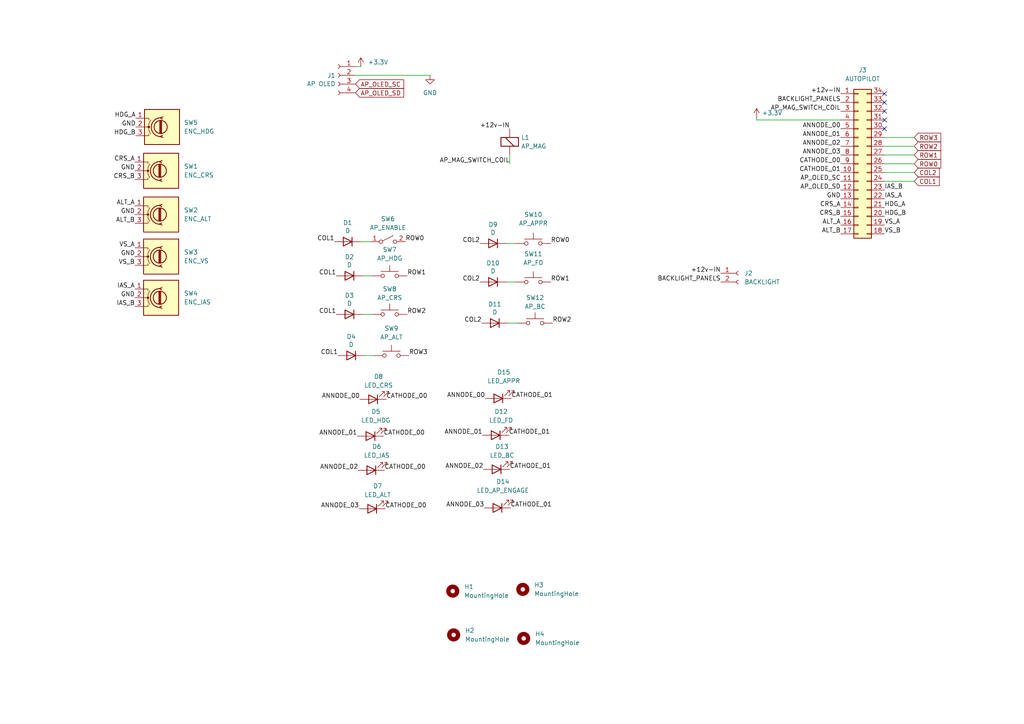
<source format=kicad_sch>
(kicad_sch (version 20250114) (generator "eeschema") (generator_version "9.0")
  (paper "A4")
  (title_block (date "2024-08-10"))
  (lib_symbols
    (symbol "Connector:Conn_01x02_Socket" (pin_names (offset 1.016) (hide yes))
      (property "Reference" "J" (at 0 2.54 0))
      (property "Value" "Conn_01x02_Socket" (at 0 -5.08 0))
      (symbol "Conn_01x02_Socket_1_1"
        (polyline (pts (xy -1.27 0) (xy -0.508 0)) (stroke (width 0.1524)))
        (polyline (pts (xy -1.27 -2.54) (xy -0.508 -2.54)) (stroke (width 0.1524)))
        (arc (start 0 -0.508) (mid -0.5058 0) (end 0 0.508) (stroke (width 0.1524)))
        (arc (start 0 -3.048) (mid -0.5058 -2.54) (end 0 -2.032) (stroke (width 0.1524)))
        (pin passive line (at -5.08 0 0) (length 3.81) (name "Pin_1") (number "1"))
        (pin passive line (at -5.08 -2.54 0) (length 3.81) (name "Pin_2") (number "2"))
      )
    )
    (symbol "Connector:Conn_01x04_Socket" (pin_names (offset 1.016) (hide yes))
      (property "Reference" "J" (at 0 5.08 0))
      (property "Value" "Conn_01x04_Socket" (at 0 -7.62 0))
      (symbol "Conn_01x04_Socket_1_1"
        (polyline (pts (xy -1.27 2.54) (xy -0.508 2.54)) (stroke (width 0.1524)))
        (polyline (pts (xy -1.27 0) (xy -0.508 0)) (stroke (width 0.1524)))
        (polyline (pts (xy -1.27 -2.54) (xy -0.508 -2.54)) (stroke (width 0.1524)))
        (polyline (pts (xy -1.27 -5.08) (xy -0.508 -5.08)) (stroke (width 0.1524)))
        (arc (start 0 2.032) (mid -0.5058 2.54) (end 0 3.048) (stroke (width 0.1524)))
        (arc (start 0 -0.508) (mid -0.5058 0) (end 0 0.508) (stroke (width 0.1524)))
        (arc (start 0 -3.048) (mid -0.5058 -2.54) (end 0 -2.032) (stroke (width 0.1524)))
        (arc (start 0 -5.588) (mid -0.5058 -5.08) (end 0 -4.572) (stroke (width 0.1524)))
        (pin passive line (at -5.08 2.54 0) (length 3.81) (name "Pin_1") (number "1"))
        (pin passive line (at -5.08 0 0) (length 3.81) (name "Pin_2") (number "2"))
        (pin passive line (at -5.08 -2.54 0) (length 3.81) (name "Pin_3") (number "3"))
        (pin passive line (at -5.08 -5.08 0) (length 3.81) (name "Pin_4") (number "4"))
      )
    )
    (symbol "Connector_Generic:Conn_02x17_Counter_Clockwise" (pin_names (offset 1.016) (hide yes))
      (property "Reference" "J" (at 1.27 22.86 0))
      (property "Value" "Conn_02x17_Counter_Clockwise" (at 1.27 -22.86 0))
      (symbol "Conn_02x17_Counter_Clockwise_1_1"
        (rectangle (start -1.27 21.59) (end 3.81 -21.59) (stroke (width 0.254)) (fill (type background)))
        (rectangle (start -1.27 20.447) (end 0 20.193) (stroke (width 0.1524)))
        (rectangle (start -1.27 17.907) (end 0 17.653) (stroke (width 0.1524)))
        (rectangle (start -1.27 15.367) (end 0 15.113) (stroke (width 0.1524)))
        (rectangle (start -1.27 12.827) (end 0 12.573) (stroke (width 0.1524)))
        (rectangle (start -1.27 10.287) (end 0 10.033) (stroke (width 0.1524)))
        (rectangle (start -1.27 7.747) (end 0 7.493) (stroke (width 0.1524)))
        (rectangle (start -1.27 5.207) (end 0 4.953) (stroke (width 0.1524)))
        (rectangle (start -1.27 2.667) (end 0 2.413) (stroke (width 0.1524)))
        (rectangle (start -1.27 0.127) (end 0 -0.127) (stroke (width 0.1524)))
        (rectangle (start -1.27 -2.413) (end 0 -2.667) (stroke (width 0.1524)))
        (rectangle (start -1.27 -4.953) (end 0 -5.207) (stroke (width 0.1524)))
        (rectangle (start -1.27 -7.493) (end 0 -7.747) (stroke (width 0.1524)))
        (rectangle (start -1.27 -10.033) (end 0 -10.287) (stroke (width 0.1524)))
        (rectangle (start -1.27 -12.573) (end 0 -12.827) (stroke (width 0.1524)))
        (rectangle (start -1.27 -15.113) (end 0 -15.367) (stroke (width 0.1524)))
        (rectangle (start -1.27 -17.653) (end 0 -17.907) (stroke (width 0.1524)))
        (rectangle (start -1.27 -20.193) (end 0 -20.447) (stroke (width 0.1524)))
        (rectangle (start 3.81 20.447) (end 2.54 20.193) (stroke (width 0.1524)))
        (rectangle (start 3.81 17.907) (end 2.54 17.653) (stroke (width 0.1524)))
        (rectangle (start 3.81 15.367) (end 2.54 15.113) (stroke (width 0.1524)))
        (rectangle (start 3.81 12.827) (end 2.54 12.573) (stroke (width 0.1524)))
        (rectangle (start 3.81 10.287) (end 2.54 10.033) (stroke (width 0.1524)))
        (rectangle (start 3.81 7.747) (end 2.54 7.493) (stroke (width 0.1524)))
        (rectangle (start 3.81 5.207) (end 2.54 4.953) (stroke (width 0.1524)))
        (rectangle (start 3.81 2.667) (end 2.54 2.413) (stroke (width 0.1524)))
        (rectangle (start 3.81 0.127) (end 2.54 -0.127) (stroke (width 0.1524)))
        (rectangle (start 3.81 -2.413) (end 2.54 -2.667) (stroke (width 0.1524)))
        (rectangle (start 3.81 -4.953) (end 2.54 -5.207) (stroke (width 0.1524)))
        (rectangle (start 3.81 -7.493) (end 2.54 -7.747) (stroke (width 0.1524)))
        (rectangle (start 3.81 -10.033) (end 2.54 -10.287) (stroke (width 0.1524)))
        (rectangle (start 3.81 -12.573) (end 2.54 -12.827) (stroke (width 0.1524)))
        (rectangle (start 3.81 -15.113) (end 2.54 -15.367) (stroke (width 0.1524)))
        (rectangle (start 3.81 -17.653) (end 2.54 -17.907) (stroke (width 0.1524)))
        (rectangle (start 3.81 -20.193) (end 2.54 -20.447) (stroke (width 0.1524)))
        (pin passive line (at -5.08 20.32 0) (length 3.81) (name "Pin_1") (number "1"))
        (pin passive line (at -5.08 17.78 0) (length 3.81) (name "Pin_2") (number "2"))
        (pin passive line (at -5.08 15.24 0) (length 3.81) (name "Pin_3") (number "3"))
        (pin passive line (at -5.08 12.7 0) (length 3.81) (name "Pin_4") (number "4"))
        (pin passive line (at -5.08 10.16 0) (length 3.81) (name "Pin_5") (number "5"))
        (pin passive line (at -5.08 7.62 0) (length 3.81) (name "Pin_6") (number "6"))
        (pin passive line (at -5.08 5.08 0) (length 3.81) (name "Pin_7") (number "7"))
        (pin passive line (at -5.08 2.54 0) (length 3.81) (name "Pin_8") (number "8"))
        (pin passive line (at -5.08 0 0) (length 3.81) (name "Pin_9") (number "9"))
        (pin passive line (at -5.08 -2.54 0) (length 3.81) (name "Pin_10") (number "10"))
        (pin passive line (at -5.08 -5.08 0) (length 3.81) (name "Pin_11") (number "11"))
        (pin passive line (at -5.08 -7.62 0) (length 3.81) (name "Pin_12") (number "12"))
        (pin passive line (at -5.08 -10.16 0) (length 3.81) (name "Pin_13") (number "13"))
        (pin passive line (at -5.08 -12.7 0) (length 3.81) (name "Pin_14") (number "14"))
        (pin passive line (at -5.08 -15.24 0) (length 3.81) (name "Pin_15") (number "15"))
        (pin passive line (at -5.08 -17.78 0) (length 3.81) (name "Pin_16") (number "16"))
        (pin passive line (at -5.08 -20.32 0) (length 3.81) (name "Pin_17") (number "17"))
        (pin passive line (at 7.62 20.32 180) (length 3.81) (name "Pin_34") (number "34"))
        (pin passive line (at 7.62 17.78 180) (length 3.81) (name "Pin_33") (number "33"))
        (pin passive line (at 7.62 15.24 180) (length 3.81) (name "Pin_32") (number "32"))
        (pin passive line (at 7.62 12.7 180) (length 3.81) (name "Pin_31") (number "31"))
        (pin passive line (at 7.62 10.16 180) (length 3.81) (name "Pin_30") (number "30"))
        (pin passive line (at 7.62 7.62 180) (length 3.81) (name "Pin_29") (number "29"))
        (pin passive line (at 7.62 5.08 180) (length 3.81) (name "Pin_28") (number "28"))
        (pin passive line (at 7.62 2.54 180) (length 3.81) (name "Pin_27") (number "27"))
        (pin passive line (at 7.62 0 180) (length 3.81) (name "Pin_26") (number "26"))
        (pin passive line (at 7.62 -2.54 180) (length 3.81) (name "Pin_25") (number "25"))
        (pin passive line (at 7.62 -5.08 180) (length 3.81) (name "Pin_24") (number "24"))
        (pin passive line (at 7.62 -7.62 180) (length 3.81) (name "Pin_23") (number "23"))
        (pin passive line (at 7.62 -10.16 180) (length 3.81) (name "Pin_22") (number "22"))
        (pin passive line (at 7.62 -12.7 180) (length 3.81) (name "Pin_21") (number "21"))
        (pin passive line (at 7.62 -15.24 180) (length 3.81) (name "Pin_20") (number "20"))
        (pin passive line (at 7.62 -17.78 180) (length 3.81) (name "Pin_19") (number "19"))
        (pin passive line (at 7.62 -20.32 180) (length 3.81) (name "Pin_18") (number "18"))
      )
    )
    (symbol "Device:D" (pin_numbers (hide yes)) (pin_names (offset 1.016) (hide yes))
      (property "Reference" "D" (at 0 2.54 0))
      (property "Value" "D" (at 0 -2.54 0))
      (symbol "D_0_1"
        (polyline (pts (xy -1.27 1.27) (xy -1.27 -1.27)) (stroke (width 0.254)))
        (polyline (pts (xy 1.27 1.27) (xy 1.27 -1.27) (xy -1.27 0) (xy 1.27 1.27)) (stroke (width 0.254)))
        (polyline (pts (xy 1.27 0) (xy -1.27 0)))
      )
      (symbol "D_1_1"
        (pin passive line (at -3.81 0 0) (length 2.54) (name "K") (number "1"))
        (pin passive line (at 3.81 0 180) (length 2.54) (name "A") (number "2"))
      )
    )
    (symbol "Device:ElectromagneticActor" (pin_numbers (hide yes)) (pin_names (offset 0.0254) (hide yes))
      (property "Reference" "L" (at 1.27 3.81 0))
      (property "Value" "ElectromagneticActor" (at 1.27 -1.27 0))
      (symbol "ElectromagneticActor_0_1"
        (rectangle (start -2.54 2.54) (end 2.54 0) (stroke (width 0.254)))
        (polyline (pts (xy -1.27 2.54) (xy 1.27 0)) (stroke (width 0.254)))
      )
      (symbol "ElectromagneticActor_1_1"
        (pin passive line (at 0 5.08 270) (length 2.54) (name "-") (number "1"))
        (pin passive line (at 0 -2.54 90) (length 2.54) (name "+") (number "2"))
      )
    )
    (symbol "Device:LED" (pin_numbers (hide yes)) (pin_names (offset 1.016) (hide yes))
      (property "Reference" "D" (at 0 2.54 0))
      (property "Value" "LED" (at 0 -2.54 0))
      (symbol "LED_0_1"
        (polyline (pts (xy -3.048 -0.762) (xy -4.572 -2.286) (xy -3.81 -2.286) (xy -4.572 -2.286) (xy -4.572 -1.524)))
        (polyline (pts (xy -1.778 -0.762) (xy -3.302 -2.286) (xy -2.54 -2.286) (xy -3.302 -2.286) (xy -3.302 -1.524)))
        (polyline (pts (xy -1.27 0) (xy 1.27 0)))
        (polyline (pts (xy -1.27 -1.27) (xy -1.27 1.27)) (stroke (width 0.254)))
        (polyline (pts (xy 1.27 -1.27) (xy 1.27 1.27) (xy -1.27 0) (xy 1.27 -1.27)) (stroke (width 0.254)))
      )
      (symbol "LED_1_1"
        (pin passive line (at -3.81 0 0) (length 2.54) (name "K") (number "2"))
        (pin passive line (at 3.81 0 180) (length 2.54) (name "A") (number "1"))
      )
    )
    (symbol "Device:RotaryEncoder" (pin_names (offset 0.254) (hide yes))
      (property "Reference" "SW" (at 0 6.604 0))
      (property "Value" "RotaryEncoder" (at 0 -6.604 0))
      (symbol "RotaryEncoder_0_1"
        (rectangle (start -5.08 5.08) (end 5.08 -5.08) (stroke (width 0.254)) (fill (type background)))
        (polyline (pts (xy -5.08 2.54) (xy -3.81 2.54) (xy -3.81 2.032)))
        (polyline (pts (xy -5.08 0) (xy -3.81 0) (xy -3.81 -1.016) (xy -3.302 -2.032)))
        (polyline (pts (xy -5.08 -2.54) (xy -3.81 -2.54) (xy -3.81 -2.032)))
        (polyline (pts (xy -4.318 0) (xy -3.81 0) (xy -3.81 1.016) (xy -3.302 2.032)))
        (circle (center -3.81 0) (radius 0.254) (fill (type outline)))
        (polyline (pts (xy -0.635 -1.778) (xy -0.635 1.778)) (stroke (width 0.254)))
        (circle (center -0.381 0) (radius 1.905) (stroke (width 0.254)))
        (polyline (pts (xy -0.381 -1.778) (xy -0.381 1.778)) (stroke (width 0.254)))
        (arc (start -0.381 -2.794) (mid -3.0988 -0.0635) (end -0.381 2.667) (stroke (width 0.254)))
        (polyline (pts (xy -0.127 1.778) (xy -0.127 -1.778)) (stroke (width 0.254)))
        (polyline (pts (xy 0.254 2.921) (xy -0.508 2.667) (xy 0.127 2.286)) (stroke (width 0.254)))
        (polyline (pts (xy 0.254 -3.048) (xy -0.508 -2.794) (xy 0.127 -2.413)) (stroke (width 0.254)))
      )
      (symbol "RotaryEncoder_1_1"
        (pin passive line (at -7.62 2.54 0) (length 2.54) (name "A") (number "1"))
        (pin passive line (at -7.62 0 0) (length 2.54) (name "C") (number "2"))
        (pin passive line (at -7.62 -2.54 0) (length 2.54) (name "B") (number "3"))
      )
    )
    (symbol "Mechanical:MountingHole" (pin_names (offset 1.016)) (in_bom no)
      (property "Reference" "H" (at 0 5.08 0))
      (property "Value" "MountingHole" (at 0 3.175 0))
      (symbol "MountingHole_0_1"
        (circle (center 0 0) (radius 1.27) (stroke (width 1.27)))
      )
    )
    (symbol "Switch:SW_Push" (pin_numbers (hide yes)) (pin_names (offset 1.016) (hide yes))
      (property "Reference" "SW" (at 1.27 2.54 0))
      (property "Value" "SW_Push" (at 0 -1.524 0))
      (symbol "SW_Push_0_1"
        (circle (center -2.032 0) (radius 0.508))
        (polyline (pts (xy 0 1.27) (xy 0 3.048)))
        (circle (center 2.032 0) (radius 0.508))
        (polyline (pts (xy 2.54 1.27) (xy -2.54 1.27)))
        (pin passive line (at -5.08 0 0) (length 2.54) (name "1") (number "1"))
        (pin passive line (at 5.08 0 180) (length 2.54) (name "2") (number "2"))
      )
    )
    (symbol "Switch:SW_SPST" (pin_names (offset 0) (hide yes))
      (property "Reference" "SW" (at 0 3.175 0))
      (property "Value" "SW_SPST" (at 0 -2.54 0))
      (symbol "SW_SPST_0_0"
        (circle (center -2.032 0) (radius 0.508))
        (polyline (pts (xy -1.524 0.254) (xy 1.524 1.778)))
        (circle (center 2.032 0) (radius 0.508))
      )
      (symbol "SW_SPST_1_1"
        (pin passive line (at -5.08 0 0) (length 2.54) (name "A") (number "1"))
        (pin passive line (at 5.08 0 180) (length 2.54) (name "B") (number "2"))
      )
    )
    (symbol "power:+3V3" (power) (pin_numbers (hide yes)) (pin_names (offset 0) (hide yes))
      (property "Value" "+3V3" (at 0 3.556 0))
      (symbol "+3V3_0_1"
        (polyline (pts (xy -0.762 1.27) (xy 0 2.54)))
        (polyline (pts (xy 0 2.54) (xy 0.762 1.27)))
        (polyline (pts (xy 0 0) (xy 0 2.54)))
      )
      (symbol "+3V3_1_1"
        (pin power_in line (at 0 0 90) (length 0) (name "~") (number "1"))
      )
    )
    (symbol "power:GND" (power) (pin_numbers (hide yes)) (pin_names (offset 0) (hide yes))
      (property "Value" "GND" (at 0 -3.81 0))
      (symbol "GND_0_1"
        (polyline (pts (xy 0 0) (xy 0 -1.27) (xy 1.27 -1.27) (xy 0 -2.54) (xy -1.27 -1.27) (xy 0 -1.27)))
      )
      (symbol "GND_1_1"
        (pin power_in line (at 0 0 270) (length 0) (name "~") (number "1"))
      )
    )
  )
  (no_connect (at 256.54 27.178))
  (no_connect (at 256.54 29.718))
  (no_connect (at 256.54 32.258))
  (no_connect (at 256.54 37.338))
  (no_connect (at 256.54 34.798))
  (wire (pts (xy 256.54 39.878) (xy 265.176 39.878)))
  (wire (pts (xy 105.156 80.01) (xy 107.95 80.01)))
  (wire (pts (xy 219.456 34.798) (xy 219.456 34.036)))
  (wire (pts (xy 105.156 91.186) (xy 107.95 91.186)))
  (wire (pts (xy 104.648 70.104) (xy 107.442 70.104)))
  (wire (pts (xy 147.828 44.958) (xy 147.828 47.498)))
  (wire (pts (xy 256.54 50.038) (xy 265.176 50.038)))
  (wire (pts (xy 256.54 52.578) (xy 265.176 52.578)))
  (wire (pts (xy 256.54 44.958) (xy 265.176 44.958)))
  (wire (pts (xy 256.54 42.418) (xy 265.176 42.418)))
  (wire (pts (xy 146.812 70.612) (xy 149.606 70.612)))
  (wire (pts (xy 146.812 81.788) (xy 149.606 81.788)))
  (wire (pts (xy 219.456 34.798) (xy 243.84 34.798)))
  (wire (pts (xy 103.124 19.304) (xy 104.648 19.304)))
  (wire (pts (xy 256.54 47.498) (xy 265.176 47.498)))
  (wire (pts (xy 105.664 103.124) (xy 108.458 103.124)))
  (wire (pts (xy 147.32 93.726) (xy 150.114 93.726)))
  (wire (pts (xy 103.124 21.844) (xy 124.714 21.844)))
  (label "HDG_B" (at 39.37 39.37 180))
  (label "AP_OLED_SC" (at 243.84 52.578 180))
  (label "COL2" (at 139.7 93.726 180))
  (label "+12v-IN" (at 209.042 79.248 180))
  (label "COL2" (at 139.192 70.612 180))
  (label "ROW1" (at 118.11 80.01 0))
  (label "ALT_A" (at 243.84 65.278 180))
  (label "ANNODE_03" (at 104.14 147.574 180))
  (label "COL1" (at 97.536 91.186 180))
  (label "IAS_B" (at 39.116 88.9 180))
  (label "VS_B" (at 256.54 67.818 0))
  (label "ALT_B" (at 39.116 64.77 180))
  (label "CATHODE_00" (at 111.76 147.574 0))
  (label "CATHODE_01" (at 147.828 136.144 0))
  (label "CRS_B" (at 39.116 52.07 180))
  (label "COL1" (at 98.044 103.124 180))
  (label "CATHODE_00" (at 111.252 126.492 0))
  (label "GND" (at 39.116 49.53 180))
  (label "+12v-IN" (at 243.84 27.178 180))
  (label "COL1" (at 97.536 80.01 180))
  (label "IAS_A" (at 256.54 57.658 0))
  (label "AP_OLED_SD" (at 243.84 55.118 180))
  (label "+12v-IN" (at 147.828 37.338 180))
  (label "BACKLIGHT_PANELS" (at 243.84 29.718 180))
  (label "COL1" (at 97.028 70.104 180))
  (label "ANNODE_02" (at 140.208 136.144 180))
  (label "ALT_A" (at 39.116 59.69 180))
  (label "CATHODE_00" (at 243.84 47.498 180))
  (label "CRS_B" (at 243.84 62.738 180))
  (label "AP_MAG_SWITCH_COIL" (at 243.84 32.258 180))
  (label "ALT_B" (at 243.84 67.818 180))
  (label "AP_MAG_SWITCH_COIL" (at 147.828 47.498 180))
  (label "VS_A" (at 256.54 65.278 0))
  (label "CRS_A" (at 39.116 46.99 180))
  (label "GND" (at 39.116 86.36 180))
  (label "ANNODE_02" (at 103.886 136.398 180))
  (label "CRS_A" (at 243.84 60.198 180))
  (label "ANNODE_01" (at 139.954 126.238 180))
  (label "ANNODE_02" (at 243.84 42.418 180))
  (label "ANNODE_00" (at 243.84 37.338 180))
  (label "GND" (at 39.37 36.83 180))
  (label "VS_B" (at 39.116 76.962 180))
  (label "GND" (at 243.84 57.658 180))
  (label "ANNODE_00" (at 140.716 115.57 180))
  (label "ANNODE_03" (at 243.84 44.958 180))
  (label "ANNODE_03" (at 140.462 147.32 180))
  (label "VS_A" (at 39.116 71.882 180))
  (label "COL2" (at 139.192 81.788 180))
  (label "ROW2" (at 118.11 91.186 0))
  (label "ROW3" (at 118.618 103.124 0))
  (label "CATHODE_01" (at 243.84 50.038 180))
  (label "ANNODE_00" (at 104.394 115.824 180))
  (label "CATHODE_01" (at 148.336 115.57 0))
  (label "CATHODE_01" (at 147.574 126.238 0))
  (label "ANNODE_01" (at 243.84 39.878 180))
  (label "HDG_A" (at 256.54 60.198 0))
  (label "ROW2" (at 160.274 93.726 0))
  (label "ROW1" (at 159.766 81.788 0))
  (label "ANNODE_01" (at 103.632 126.492 180))
  (label "CATHODE_00" (at 111.506 136.398 0))
  (label "CATHODE_00" (at 112.014 115.824 0))
  (label "CATHODE_01" (at 148.082 147.32 0))
  (label "HDG_B" (at 256.54 62.738 0))
  (label "HDG_A" (at 39.37 34.29 180))
  (label "GND" (at 39.116 62.23 180))
  (label "BACKLIGHT_PANELS" (at 209.042 81.788 180))
  (label "IAS_A" (at 39.116 83.82 180))
  (label "ROW0" (at 159.766 70.612 0))
  (label "ROW0" (at 117.602 70.104 0))
  (label "GND" (at 39.116 74.422 180))
  (label "IAS_B" (at 256.54 55.118 0))
  (global_label "ROW2" (shape input) (at 265.176 42.418 0) (property "Intersheetrefs" "${INTERSHEET_REFS}" (effects (hide yes))))
  (global_label "ROW1" (shape input) (at 265.176 44.958 0) (property "Intersheetrefs" "${INTERSHEET_REFS}" (effects (hide yes))))
  (global_label "ROW0" (shape input) (at 265.176 47.498 0) (property "Intersheetrefs" "${INTERSHEET_REFS}" (effects (hide yes))))
  (global_label "AP_OLED_SC" (shape input) (at 103.124 24.384 0) (property "Intersheetrefs" "${INTERSHEET_REFS}" (effects (hide yes))))
  (global_label "COL1" (shape input) (at 265.176 52.578 0) (property "Intersheetrefs" "${INTERSHEET_REFS}" (effects (hide yes))))
  (global_label "ROW3" (shape input) (at 265.176 39.878 0) (property "Intersheetrefs" "${INTERSHEET_REFS}" (effects (hide yes))))
  (global_label "AP_OLED_SD" (shape input) (at 103.124 26.924 0) (property "Intersheetrefs" "${INTERSHEET_REFS}" (effects (hide yes))))
  (global_label "COL2" (shape input) (at 265.176 50.038 0) (property "Intersheetrefs" "${INTERSHEET_REFS}" (effects (hide yes))))
  (symbol (lib_id "Connector_Generic:Conn_02x17_Counter_Clockwise") (at 248.92 47.498 0) (unit 1)
    (property "Reference" "J3" (at 250.19 20.32 0))
    (property "Value" "AUTOPILOT" (at 250.19 22.86 0))
    (property "Footprint" "Connector_IDC:IDC-Header_2x17_P2.54mm_Vertical" (effects (hide yes)))
    (property "Description" "Generic connector, double row, 02x17, counter clockwise pin numbering scheme (similar to DIP package numbering), script generated (kicad-library-utils/schlib/autogen/connector/)" (effects (hide yes)))
  )
  (symbol (lib_id "Switch:SW_Push") (at 154.686 81.788 0) (unit 1)
    (property "Reference" "SW11" (at 154.686 73.66 0))
    (property "Value" "AP_FD" (at 154.686 76.2 0))
    (property "Footprint" "Connector_JST:JST_XH_B2B-XH-A_1x02_P2.50mm_Vertical" (effects (hide yes)))
    (property "Description" "Push button switch, generic, two pins" (effects (hide yes)))
  )
  (symbol (lib_id "Device:ElectromagneticActor") (at 147.828 42.418 0) (unit 1)
    (property "Reference" "L1" (at 151.13 39.8779 0) (effects (justify left)))
    (property "Value" "AP_MAG" (at 151.13 42.4179 0) (effects (justify left)))
    (property "Footprint" "Connector_JST:JST_XH_B2B-XH-A_1x02_P2.50mm_Vertical" (effects (hide yes)))
    (property "Description" "Electromagnetic actor" (effects (hide yes)))
  )
  (symbol (lib_id "Switch:SW_Push") (at 113.03 80.01 0) (unit 1)
    (property "Reference" "SW7" (at 113.03 72.39 0))
    (property "Value" "AP_HDG" (at 113.03 74.93 0))
    (property "Footprint" "Connector_JST:JST_XH_B2B-XH-A_1x02_P2.50mm_Vertical" (effects (hide yes)))
    (property "Description" "Push button switch, generic, two pins" (effects (hide yes)))
  )
  (symbol (lib_id "Mechanical:MountingHole") (at 131.572 184.15 0) (unit 1) (in_bom no)
    (property "Reference" "H2" (at 134.874 182.8799 0) (effects (justify left)))
    (property "Value" "MountingHole" (at 134.874 185.4199 0) (effects (justify left)))
    (property "Footprint" "MountingHole:MountingHole_3.2mm_M3" (effects (hide yes)))
    (property "Description" "Mounting Hole without connection" (effects (hide yes)))
  )
  (symbol (lib_id "Device:D") (at 143.51 93.726 0) (mirror y) (unit 1)
    (property "Reference" "D11" (at 143.51 88.2396 0))
    (property "Value" "D" (at 143.51 90.551 0))
    (property "Footprint" "Diode_THT:D_A-405_P7.62mm_Horizontal" (effects (hide yes)))
    (property "Description" "Diode" (effects (hide yes)))
    (property "Sim.Device" "D" (effects (hide yes)))
    (property "Sim.Pins" "1=K 2=A" (effects (hide yes)))
  )
  (symbol (lib_id "Device:D") (at 100.838 70.104 0) (mirror y) (unit 1)
    (property "Reference" "D1" (at 100.838 64.6176 0))
    (property "Value" "D" (at 100.838 66.929 0))
    (property "Footprint" "Diode_THT:D_A-405_P7.62mm_Horizontal" (effects (hide yes)))
    (property "Description" "Diode" (effects (hide yes)))
    (property "Sim.Device" "D" (effects (hide yes)))
    (property "Sim.Pins" "1=K 2=A" (effects (hide yes)))
  )
  (symbol (lib_id "power:GND") (at 124.714 21.844 0) (unit 1)
    (property "Reference" "#PWR02" (effects (hide yes)))
    (property "Value" "GND" (at 124.714 26.924 0))
    (property "Description" "Power symbol creates a global label with name \"GND\" , ground" (effects (hide yes)))
  )
  (symbol (lib_id "Switch:SW_Push") (at 113.03 91.186 0) (unit 1)
    (property "Reference" "SW8" (at 113.03 83.82 0))
    (property "Value" "AP_CRS" (at 113.03 86.36 0))
    (property "Footprint" "Connector_JST:JST_XH_B2B-XH-A_1x02_P2.50mm_Vertical" (effects (hide yes)))
    (property "Description" "Push button switch, generic, two pins" (effects (hide yes)))
  )
  (symbol (lib_id "Device:D") (at 101.854 103.124 0) (mirror y) (unit 1)
    (property "Reference" "D4" (at 101.854 97.6376 0))
    (property "Value" "D" (at 101.854 99.949 0))
    (property "Footprint" "Diode_THT:D_A-405_P7.62mm_Horizontal" (effects (hide yes)))
    (property "Description" "Diode" (effects (hide yes)))
    (property "Sim.Device" "D" (effects (hide yes)))
    (property "Sim.Pins" "1=K 2=A" (effects (hide yes)))
  )
  (symbol (lib_id "Device:D") (at 101.346 80.01 0) (mirror y) (unit 1)
    (property "Reference" "D2" (at 101.346 74.5236 0))
    (property "Value" "D" (at 101.346 76.835 0))
    (property "Footprint" "Diode_THT:D_A-405_P7.62mm_Horizontal" (effects (hide yes)))
    (property "Description" "Diode" (effects (hide yes)))
    (property "Sim.Device" "D" (effects (hide yes)))
    (property "Sim.Pins" "1=K 2=A" (effects (hide yes)))
  )
  (symbol (lib_id "Device:LED") (at 144.018 136.144 180) (unit 1)
    (property "Reference" "D13" (at 145.6055 129.54 0))
    (property "Value" "LED_BC" (at 145.6055 132.08 0))
    (property "Footprint" "Connector_JST:JST_XH_B2B-XH-A_1x02_P2.50mm_Vertical" (effects (hide yes)))
    (property "Description" "Light emitting diode" (effects (hide yes)))
    (property "Sim.Pins" "1=K 2=A" (effects (hide yes)))
  )
  (symbol (lib_id "Switch:SW_Push") (at 155.194 93.726 0) (unit 1)
    (property "Reference" "SW12" (at 155.194 86.36 0))
    (property "Value" "AP_BC" (at 155.194 88.9 0))
    (property "Footprint" "Connector_JST:JST_XH_B2B-XH-A_1x02_P2.50mm_Vertical" (effects (hide yes)))
    (property "Description" "Push button switch, generic, two pins" (effects (hide yes)))
  )
  (symbol (lib_id "Device:RotaryEncoder") (at 46.736 49.53 0) (unit 1)
    (property "Reference" "SW1" (at 53.34 48.2599 0) (effects (justify left)))
    (property "Value" "ENC_CRS" (at 53.34 50.7999 0) (effects (justify left)))
    (property "Footprint" "Connector_JST:JST_XH_B3B-XH-A_1x03_P2.50mm_Vertical" (effects (hide yes)))
    (property "Description" "Rotary encoder, dual channel, incremental quadrate outputs" (effects (hide yes)))
  )
  (symbol (lib_id "Connector:Conn_01x02_Socket") (at 214.122 79.248 0) (unit 1)
    (property "Reference" "J2" (at 215.9 79.2479 0) (effects (justify left)))
    (property "Value" "BACKLIGHT" (at 215.9 81.7879 0) (effects (justify left)))
    (property "Footprint" "Connector_JST:JST_XH_B2B-XH-A_1x02_P2.50mm_Vertical" (effects (hide yes)))
    (property "Description" "Generic connector, single row, 01x02, script generated" (effects (hide yes)))
  )
  (symbol (lib_id "Device:LED") (at 144.526 115.57 180) (unit 1)
    (property "Reference" "D15" (at 146.1135 107.95 0))
    (property "Value" "LED_APPR" (at 146.1135 110.49 0))
    (property "Footprint" "Connector_JST:JST_XH_B2B-XH-A_1x02_P2.50mm_Vertical" (effects (hide yes)))
    (property "Description" "Light emitting diode" (effects (hide yes)))
    (property "Sim.Pins" "1=K 2=A" (effects (hide yes)))
  )
  (symbol (lib_id "Connector:Conn_01x04_Socket") (at 98.044 21.844 0) (mirror y) (unit 1)
    (property "Reference" "J1" (at 97.3328 21.9019 0) (effects (justify left)))
    (property "Value" "AP OLED" (at 97.3328 24.3261 0) (effects (justify left)))
    (property "Footprint" "Connector_JST:JST_XH_B4B-XH-A_1x04_P2.50mm_Vertical" (effects (hide yes)))
    (property "Description" "Generic connector, single row, 01x04, script generated" (effects (hide yes)))
  )
  (symbol (lib_id "Mechanical:MountingHole") (at 151.638 170.942 0) (unit 1) (in_bom no)
    (property "Reference" "H3" (at 154.94 169.6719 0) (effects (justify left)))
    (property "Value" "MountingHole" (at 154.94 172.2119 0) (effects (justify left)))
    (property "Footprint" "MountingHole:MountingHole_3.2mm_M3" (effects (hide yes)))
    (property "Description" "Mounting Hole without connection" (effects (hide yes)))
  )
  (symbol (lib_id "Device:D") (at 143.002 70.612 0) (mirror y) (unit 1)
    (property "Reference" "D9" (at 143.002 65.1256 0))
    (property "Value" "D" (at 143.002 67.437 0))
    (property "Footprint" "Diode_THT:D_A-405_P7.62mm_Horizontal" (effects (hide yes)))
    (property "Description" "Diode" (effects (hide yes)))
    (property "Sim.Device" "D" (effects (hide yes)))
    (property "Sim.Pins" "1=K 2=A" (effects (hide yes)))
  )
  (symbol (lib_id "power:+3V3") (at 219.456 34.036 0) (unit 1)
    (property "Reference" "#PWR03" (effects (hide yes)))
    (property "Value" "+3.3V" (at 220.98 32.7659 0) (effects (justify left)))
    (property "Description" "Power symbol creates a global label with name \"+3V3\"" (effects (hide yes)))
  )
  (symbol (lib_id "Mechanical:MountingHole") (at 151.892 185.166 0) (unit 1) (in_bom no)
    (property "Reference" "H4" (at 155.194 183.8959 0) (effects (justify left)))
    (property "Value" "MountingHole" (at 155.194 186.4359 0) (effects (justify left)))
    (property "Footprint" "MountingHole:MountingHole_3.2mm_M3" (effects (hide yes)))
    (property "Description" "Mounting Hole without connection" (effects (hide yes)))
  )
  (symbol (lib_id "Device:LED") (at 143.764 126.238 180) (unit 1)
    (property "Reference" "D12" (at 145.3515 119.38 0))
    (property "Value" "LED_FD" (at 145.3515 121.92 0))
    (property "Footprint" "Connector_JST:JST_XH_B2B-XH-A_1x02_P2.50mm_Vertical" (effects (hide yes)))
    (property "Description" "Light emitting diode" (effects (hide yes)))
    (property "Sim.Pins" "1=K 2=A" (effects (hide yes)))
  )
  (symbol (lib_id "Switch:SW_Push") (at 154.686 70.612 0) (unit 1)
    (property "Reference" "SW10" (at 154.686 62.23 0))
    (property "Value" "AP_APPR" (at 154.686 64.77 0))
    (property "Footprint" "Connector_JST:JST_XH_B2B-XH-A_1x02_P2.50mm_Vertical" (effects (hide yes)))
    (property "Description" "Push button switch, generic, two pins" (effects (hide yes)))
  )
  (symbol (lib_id "Device:RotaryEncoder") (at 46.736 86.36 0) (unit 1)
    (property "Reference" "SW4" (at 53.34 85.0899 0) (effects (justify left)))
    (property "Value" "ENC_IAS" (at 53.34 87.6299 0) (effects (justify left)))
    (property "Footprint" "Connector_JST:JST_XH_B3B-XH-A_1x03_P2.50mm_Vertical" (effects (hide yes)))
    (property "Description" "Rotary encoder, dual channel, incremental quadrate outputs" (effects (hide yes)))
  )
  (symbol (lib_id "Device:LED") (at 107.442 126.492 180) (unit 1)
    (property "Reference" "D5" (at 109.0295 119.38 0))
    (property "Value" "LED_HDG" (at 109.0295 121.92 0))
    (property "Footprint" "Connector_JST:JST_XH_B2B-XH-A_1x02_P2.50mm_Vertical" (effects (hide yes)))
    (property "Description" "Light emitting diode" (effects (hide yes)))
    (property "Sim.Pins" "1=K 2=A" (effects (hide yes)))
  )
  (symbol (lib_id "Device:LED") (at 107.696 136.398 180) (unit 1)
    (property "Reference" "D6" (at 109.2835 129.54 0))
    (property "Value" "LED_IAS" (at 109.2835 132.08 0))
    (property "Footprint" "Connector_JST:JST_XH_B2B-XH-A_1x02_P2.50mm_Vertical" (effects (hide yes)))
    (property "Description" "Light emitting diode" (effects (hide yes)))
    (property "Sim.Pins" "1=K 2=A" (effects (hide yes)))
  )
  (symbol (lib_id "Device:LED") (at 108.204 115.824 180) (unit 1)
    (property "Reference" "D8" (at 109.7915 109.22 0))
    (property "Value" "LED_CRS" (at 109.7915 111.76 0))
    (property "Footprint" "Connector_JST:JST_XH_B2B-XH-A_1x02_P2.50mm_Vertical" (effects (hide yes)))
    (property "Description" "Light emitting diode" (effects (hide yes)))
    (property "Sim.Pins" "1=K 2=A" (effects (hide yes)))
  )
  (symbol (lib_id "power:+3V3") (at 104.648 19.304 0) (unit 1)
    (property "Reference" "#PWR01" (effects (hide yes)))
    (property "Value" "+3.3V" (at 106.68 18.0339 0) (effects (justify left)))
    (property "Description" "Power symbol creates a global label with name \"+3V3\"" (effects (hide yes)))
  )
  (symbol (lib_id "Device:RotaryEncoder") (at 46.736 74.422 0) (unit 1)
    (property "Reference" "SW3" (at 53.34 73.1519 0) (effects (justify left)))
    (property "Value" "ENC_VS" (at 53.34 75.6919 0) (effects (justify left)))
    (property "Footprint" "Connector_JST:JST_XH_B3B-XH-A_1x03_P2.50mm_Vertical" (effects (hide yes)))
    (property "Description" "Rotary encoder, dual channel, incremental quadrate outputs" (effects (hide yes)))
  )
  (symbol (lib_id "Device:D") (at 101.346 91.186 0) (mirror y) (unit 1)
    (property "Reference" "D3" (at 101.346 85.6996 0))
    (property "Value" "D" (at 101.346 88.011 0))
    (property "Footprint" "Diode_THT:D_A-405_P7.62mm_Horizontal" (effects (hide yes)))
    (property "Description" "Diode" (effects (hide yes)))
    (property "Sim.Device" "D" (effects (hide yes)))
    (property "Sim.Pins" "1=K 2=A" (effects (hide yes)))
  )
  (symbol (lib_id "Device:D") (at 143.002 81.788 0) (mirror y) (unit 1)
    (property "Reference" "D10" (at 143.002 76.3016 0))
    (property "Value" "D" (at 143.002 78.613 0))
    (property "Footprint" "Diode_THT:D_A-405_P7.62mm_Horizontal" (effects (hide yes)))
    (property "Description" "Diode" (effects (hide yes)))
    (property "Sim.Device" "D" (effects (hide yes)))
    (property "Sim.Pins" "1=K 2=A" (effects (hide yes)))
  )
  (symbol (lib_id "Device:RotaryEncoder") (at 46.736 62.23 0) (unit 1)
    (property "Reference" "SW2" (at 53.34 60.9599 0) (effects (justify left)))
    (property "Value" "ENC_ALT" (at 53.34 63.4999 0) (effects (justify left)))
    (property "Footprint" "Connector_JST:JST_XH_B3B-XH-A_1x03_P2.50mm_Vertical" (effects (hide yes)))
    (property "Description" "Rotary encoder, dual channel, incremental quadrate outputs" (effects (hide yes)))
  )
  (symbol (lib_id "Device:LED") (at 107.95 147.574 180) (unit 1)
    (property "Reference" "D7" (at 109.5375 140.97 0))
    (property "Value" "LED_ALT" (at 109.5375 143.51 0))
    (property "Footprint" "Connector_JST:JST_XH_B2B-XH-A_1x02_P2.50mm_Vertical" (effects (hide yes)))
    (property "Description" "Light emitting diode" (effects (hide yes)))
    (property "Sim.Pins" "1=K 2=A" (effects (hide yes)))
  )
  (symbol (lib_id "Switch:SW_Push") (at 113.538 103.124 0) (unit 1)
    (property "Reference" "SW9" (at 113.538 95.25 0))
    (property "Value" "AP_ALT" (at 113.538 97.79 0))
    (property "Footprint" "Connector_JST:JST_XH_B2B-XH-A_1x02_P2.50mm_Vertical" (effects (hide yes)))
    (property "Description" "Push button switch, generic, two pins" (effects (hide yes)))
  )
  (symbol (lib_id "Mechanical:MountingHole") (at 131.318 171.45 0) (unit 1) (in_bom no)
    (property "Reference" "H1" (at 134.62 170.1799 0) (effects (justify left)))
    (property "Value" "MountingHole" (at 134.62 172.7199 0) (effects (justify left)))
    (property "Footprint" "MountingHole:MountingHole_3.2mm_M3" (effects (hide yes)))
    (property "Description" "Mounting Hole without connection" (effects (hide yes)))
  )
  (symbol (lib_id "Device:LED") (at 144.272 147.32 180) (unit 1)
    (property "Reference" "D14" (at 145.8595 139.7 0))
    (property "Value" "LED_AP_ENGAGE" (at 145.8595 142.24 0))
    (property "Footprint" "Connector_JST:JST_XH_B2B-XH-A_1x02_P2.50mm_Vertical" (effects (hide yes)))
    (property "Description" "Light emitting diode" (effects (hide yes)))
    (property "Sim.Pins" "1=K 2=A" (effects (hide yes)))
  )
  (symbol (lib_id "Switch:SW_SPST") (at 112.522 70.104 0) (unit 1)
    (property "Reference" "SW6" (at 112.522 63.5 0))
    (property "Value" "AP_ENABLE" (at 112.522 66.04 0))
    (property "Footprint" "Connector_JST:JST_XH_B2B-XH-A_1x02_P2.50mm_Vertical" (effects (hide yes)))
    (property "Description" "Single Pole Single Throw (SPST) switch" (effects (hide yes)))
  )
  (symbol (lib_id "Device:RotaryEncoder") (at 46.99 36.83 0) (unit 1)
    (property "Reference" "SW5" (at 53.34 35.5599 0) (effects (justify left)))
    (property "Value" "ENC_HDG" (at 53.34 38.0999 0) (effects (justify left)))
    (property "Footprint" "Connector_JST:JST_XH_B3B-XH-A_1x03_P2.50mm_Vertical" (effects (hide yes)))
    (property "Description" "Rotary encoder, dual channel, incremental quadrate outputs" (effects (hide yes)))
  )
)
</source>
